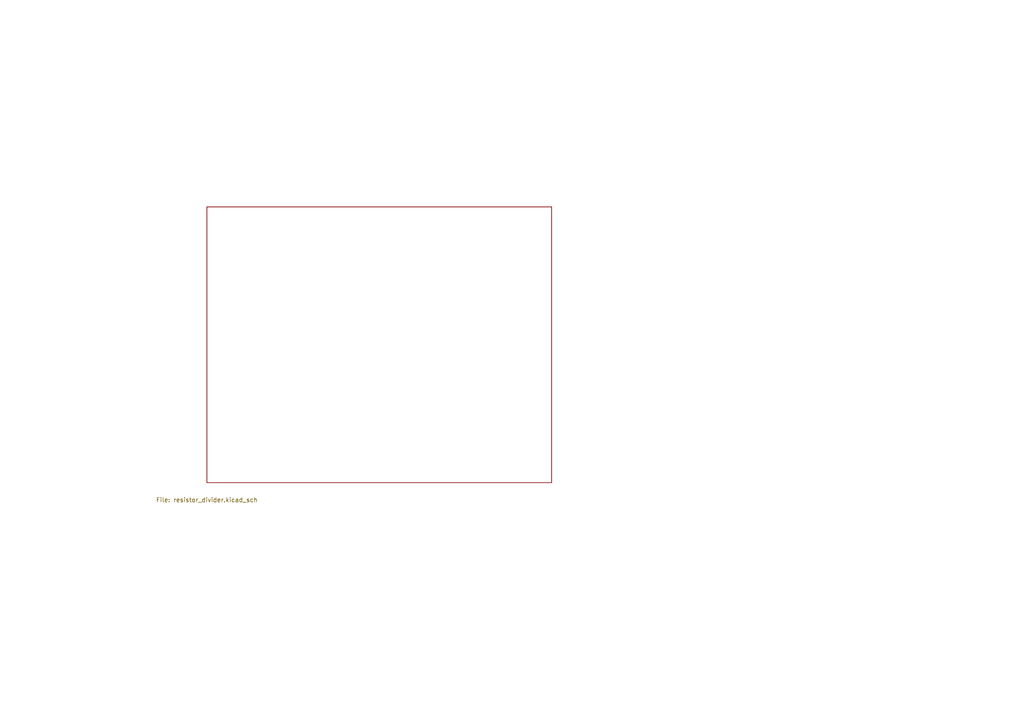
<source format=kicad_sch>
(kicad_sch
	(version 20250114)
	(generator circuit_synth)
	(generator_version 9.0)
	(uuid 2e870e6b-b2c3-455f-a727-ceb8ad09c34e)
	(paper A4)
	(title_block
		(title "python_generated_reference_design Cover")
		(company Circuit-Synth)
		(date "")
		(rev "")
	)
	(lib_symbols)
	(sheet_instances
		(path
			"/"
			(page "1")
		)
	)
	(sheet
		(at 60 60)
		(size 100 80)
		(fields_autoplaced yes)
		(stroke
			(width 0.1524)
			(type solid)
		)
		(fill
			(color
				0
				0
				0
				0.0
			)
		)
		(uuid 02ed20af-73ef-4935-b870-a1edee308d67)
		(property
			"Sheetname"
			"resistor_divider"
			(at 60 50 0)
			(effects
				(font
					(size 1.27 1.27)
				)
				(hide yes)
			)
		)
		(property
			"Sheetfile"
			"resistor_divider.kicad_sch"
			(at 60 145 0)
			(effects
				(font
					(size 1.27 1.27)
				)
			)
		)
		(instances
			(project
				"python_generated_reference_design"
				(path
					"/"
					(page "1")
				)
			)
		)
	)
)
</source>
